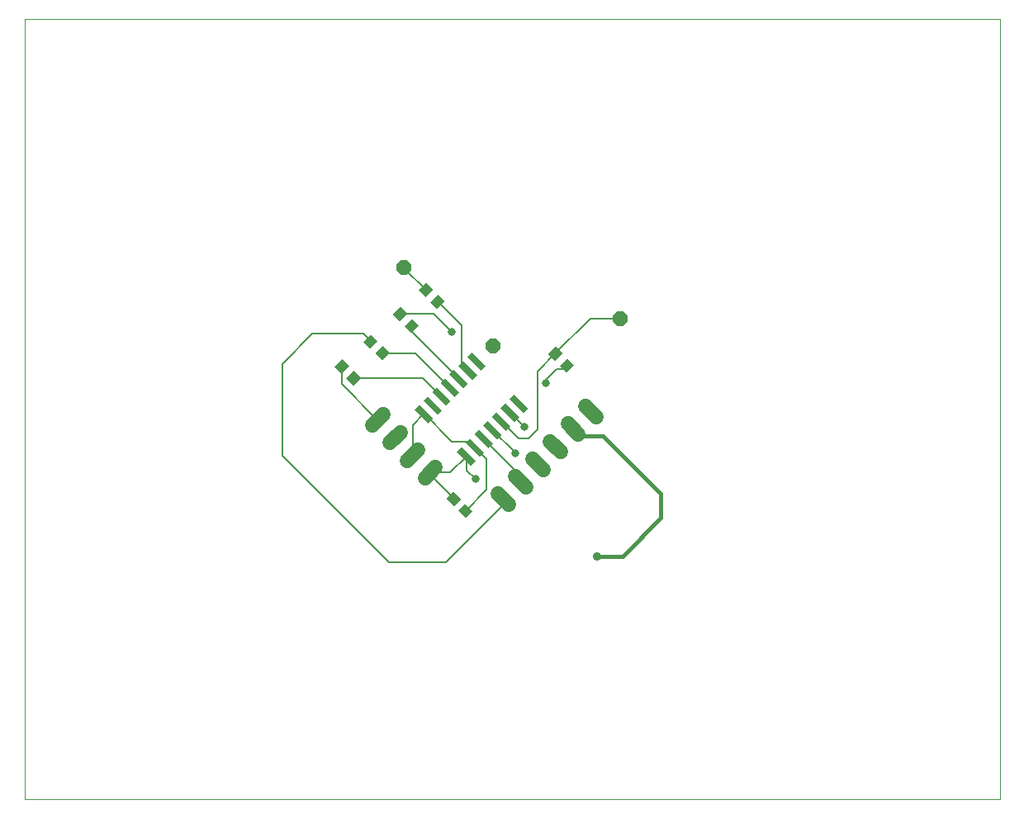
<source format=gtl>
G75*
%MOIN*%
%OFA0B0*%
%FSLAX24Y24*%
%IPPOS*%
%LPD*%
%AMOC8*
5,1,8,0,0,1.08239X$1,22.5*
%
%ADD10C,0.0000*%
%ADD11R,0.0260X0.0800*%
%ADD12R,0.0433X0.0394*%
%ADD13R,0.0394X0.0433*%
%ADD14C,0.0600*%
%ADD15C,0.0120*%
%ADD16OC8,0.0600*%
%ADD17C,0.0080*%
%ADD18C,0.0317*%
%ADD19C,0.0356*%
%ADD20C,0.0160*%
D10*
X000100Y000100D02*
X000100Y031596D01*
X039470Y031596D01*
X039470Y000100D01*
X000100Y000100D01*
D11*
G36*
X018309Y013764D02*
X018125Y013580D01*
X017561Y014144D01*
X017745Y014328D01*
X018309Y013764D01*
G37*
G36*
X018662Y014117D02*
X018478Y013933D01*
X017914Y014497D01*
X018098Y014681D01*
X018662Y014117D01*
G37*
G36*
X019016Y014471D02*
X018832Y014287D01*
X018268Y014851D01*
X018452Y015035D01*
X019016Y014471D01*
G37*
G36*
X019370Y014824D02*
X019186Y014640D01*
X018622Y015204D01*
X018806Y015388D01*
X019370Y014824D01*
G37*
G36*
X019723Y015178D02*
X019539Y014994D01*
X018975Y015558D01*
X019159Y015742D01*
X019723Y015178D01*
G37*
G36*
X020077Y015532D02*
X019893Y015348D01*
X019329Y015912D01*
X019513Y016096D01*
X020077Y015532D01*
G37*
G36*
X020430Y015885D02*
X020246Y015701D01*
X019682Y016265D01*
X019866Y016449D01*
X020430Y015885D01*
G37*
G36*
X018719Y017596D02*
X018535Y017412D01*
X017971Y017976D01*
X018155Y018160D01*
X018719Y017596D01*
G37*
G36*
X018366Y017243D02*
X018182Y017059D01*
X017618Y017623D01*
X017802Y017807D01*
X018366Y017243D01*
G37*
G36*
X018012Y016889D02*
X017828Y016705D01*
X017264Y017269D01*
X017448Y017453D01*
X018012Y016889D01*
G37*
G36*
X017658Y016536D02*
X017474Y016352D01*
X016910Y016916D01*
X017094Y017100D01*
X017658Y016536D01*
G37*
G36*
X017305Y016182D02*
X017121Y015998D01*
X016557Y016562D01*
X016741Y016746D01*
X017305Y016182D01*
G37*
G36*
X016951Y015828D02*
X016767Y015644D01*
X016203Y016208D01*
X016387Y016392D01*
X016951Y015828D01*
G37*
G36*
X016598Y015475D02*
X016414Y015291D01*
X015850Y015855D01*
X016034Y016039D01*
X016598Y015475D01*
G37*
D12*
G36*
X017445Y011950D02*
X017147Y012261D01*
X017431Y012534D01*
X017729Y012223D01*
X017445Y011950D01*
G37*
G36*
X017909Y011466D02*
X017611Y011777D01*
X017895Y012050D01*
X018193Y011739D01*
X017909Y011466D01*
G37*
D13*
G36*
X013400Y017405D02*
X013679Y017126D01*
X013374Y016821D01*
X013095Y017100D01*
X013400Y017405D01*
G37*
G36*
X012926Y017879D02*
X013205Y017600D01*
X012900Y017295D01*
X012621Y017574D01*
X012926Y017879D01*
G37*
G36*
X014086Y018889D02*
X014365Y018610D01*
X014060Y018305D01*
X013781Y018584D01*
X014086Y018889D01*
G37*
G36*
X014560Y018415D02*
X014839Y018136D01*
X014534Y017831D01*
X014255Y018110D01*
X014560Y018415D01*
G37*
G36*
X015750Y019525D02*
X016029Y019246D01*
X015724Y018941D01*
X015445Y019220D01*
X015750Y019525D01*
G37*
G36*
X015276Y019999D02*
X015555Y019720D01*
X015250Y019415D01*
X014971Y019694D01*
X015276Y019999D01*
G37*
G36*
X016316Y020969D02*
X016595Y020690D01*
X016290Y020385D01*
X016011Y020664D01*
X016316Y020969D01*
G37*
G36*
X016790Y020495D02*
X017069Y020216D01*
X016764Y019911D01*
X016485Y020190D01*
X016790Y020495D01*
G37*
G36*
X021510Y017815D02*
X021231Y018094D01*
X021536Y018399D01*
X021815Y018120D01*
X021510Y017815D01*
G37*
G36*
X021984Y017341D02*
X021705Y017620D01*
X022010Y017925D01*
X022289Y017646D01*
X021984Y017341D01*
G37*
D14*
X022746Y015970D02*
X023170Y015546D01*
X022463Y014839D02*
X022039Y015263D01*
X021331Y014556D02*
X021756Y014131D01*
X021049Y013424D02*
X020624Y013849D01*
X019917Y013141D02*
X020341Y012717D01*
X019634Y012010D02*
X019210Y012434D01*
X016693Y013511D02*
X016269Y013087D01*
X015561Y013794D02*
X015986Y014219D01*
X015279Y014926D02*
X014854Y014501D01*
X014147Y015209D02*
X014571Y015633D01*
D15*
X018841Y018371D02*
X018781Y018311D01*
X018781Y018509D01*
X018921Y018649D01*
X019119Y018649D01*
X019259Y018509D01*
X019259Y018311D01*
X019119Y018171D01*
X018921Y018171D01*
X018781Y018311D01*
X018871Y018348D01*
X018871Y018472D01*
X018958Y018559D01*
X019082Y018559D01*
X019169Y018472D01*
X019169Y018348D01*
X019082Y018261D01*
X018958Y018261D01*
X018871Y018348D01*
X018961Y018385D01*
X018961Y018435D01*
X018995Y018469D01*
X019045Y018469D01*
X019079Y018435D01*
X019079Y018385D01*
X019045Y018351D01*
X018995Y018351D01*
X018961Y018385D01*
D16*
X015420Y021570D03*
X024140Y019520D03*
D17*
X022937Y019520D01*
X021523Y018107D01*
X020800Y017383D01*
X020800Y015030D01*
X020440Y014670D01*
X020047Y014670D01*
X019349Y015368D01*
X019703Y015717D02*
X020290Y015140D01*
X019703Y015717D02*
X019703Y015722D01*
X018996Y015014D02*
X019910Y014100D01*
X019910Y014090D01*
X020129Y013174D02*
X018642Y014661D01*
X018288Y014307D02*
X018056Y014540D01*
X017360Y014540D01*
X016235Y015665D01*
X016224Y015665D01*
X015774Y015215D01*
X015774Y014006D01*
X016481Y013299D02*
X017281Y013299D01*
X017935Y013954D01*
X017935Y013395D01*
X018300Y013030D01*
X018760Y012617D02*
X018760Y013836D01*
X018288Y014307D01*
X020129Y013174D02*
X020129Y012929D01*
X019422Y012222D02*
X019422Y011992D01*
X017110Y009680D01*
X014810Y009680D01*
X010520Y013970D01*
X010520Y017690D01*
X011730Y018900D01*
X013770Y018900D01*
X014073Y018597D01*
X014547Y018123D02*
X015887Y018123D01*
X017284Y016726D01*
X017638Y017079D02*
X015737Y018980D01*
X015737Y019233D01*
X015263Y019707D02*
X016603Y019707D01*
X017340Y018970D01*
X017740Y019240D02*
X017740Y017684D01*
X017992Y017433D01*
X016931Y016372D02*
X016190Y017113D01*
X013387Y017113D01*
X012913Y016867D02*
X012913Y017587D01*
X012913Y016867D02*
X014359Y015421D01*
X016481Y013299D02*
X016481Y013199D01*
X017438Y012242D01*
X017902Y011758D02*
X018760Y012617D01*
X021160Y016910D02*
X021160Y017060D01*
X021580Y017480D01*
X021843Y017480D01*
X021997Y017633D01*
X017740Y019240D02*
X016777Y020203D01*
X016303Y020677D02*
X015420Y021560D01*
X015420Y021570D01*
D18*
X017340Y018970D03*
X021160Y016910D03*
X020290Y015140D03*
X019910Y014090D03*
X018300Y013030D03*
D19*
X023230Y009920D03*
D20*
X024240Y009920D01*
X025790Y011470D01*
X025790Y012430D01*
X023440Y014780D01*
X022540Y014780D01*
X022269Y015051D01*
X022251Y015051D01*
M02*

</source>
